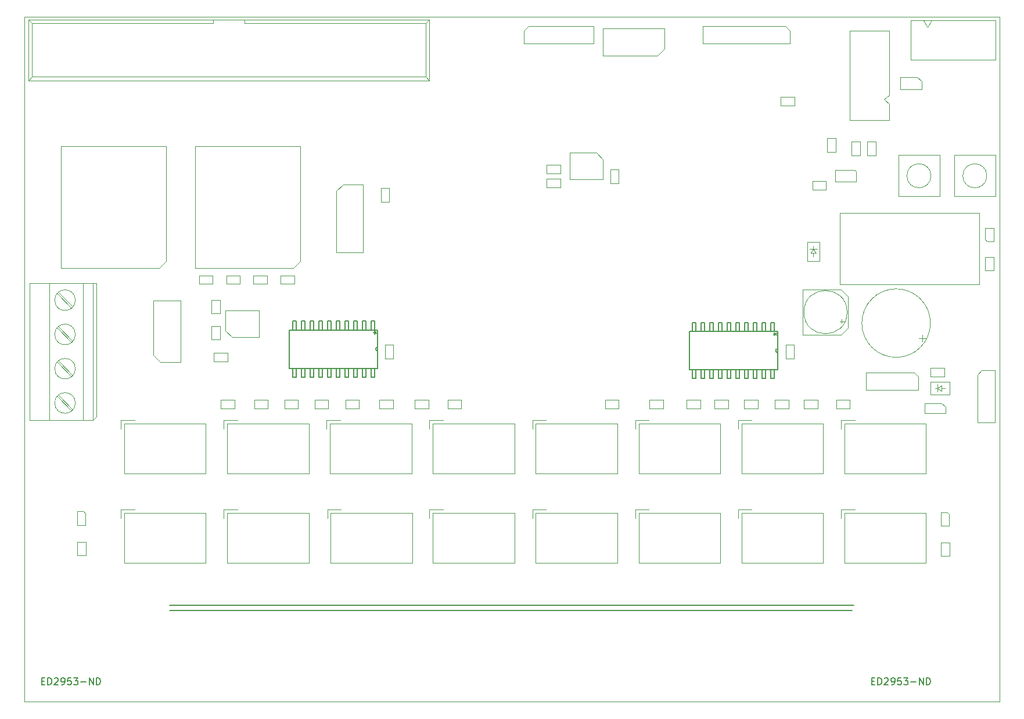
<source format=gbr>
G04 #@! TF.GenerationSoftware,KiCad,Pcbnew,(6.0.5)*
G04 #@! TF.CreationDate,2022-06-02T00:39:45-04:00*
G04 #@! TF.ProjectId,PB_16,50425f31-362e-46b6-9963-61645f706362,v2.1*
G04 #@! TF.SameCoordinates,Original*
G04 #@! TF.FileFunction,AssemblyDrawing,Top*
%FSLAX46Y46*%
G04 Gerber Fmt 4.6, Leading zero omitted, Abs format (unit mm)*
G04 Created by KiCad (PCBNEW (6.0.5)) date 2022-06-02 00:39:45*
%MOMM*%
%LPD*%
G01*
G04 APERTURE LIST*
G04 #@! TA.AperFunction,Profile*
%ADD10C,0.050000*%
G04 #@! TD*
%ADD11C,0.150000*%
%ADD12C,0.100000*%
%ADD13C,0.152400*%
%ADD14C,0.120000*%
G04 APERTURE END LIST*
D10*
X214228800Y-152889360D02*
X214228800Y-52996240D01*
X72128800Y-52996240D02*
X72128800Y-152889360D01*
X214228800Y-52996240D02*
X72128800Y-52996240D01*
X214228800Y-152889360D02*
X72128800Y-152889360D01*
D11*
X193028800Y-138802600D02*
X93278800Y-138802600D01*
X192778800Y-139552600D02*
X93278800Y-139552600D01*
X122994380Y-99031200D02*
X123232476Y-99031200D01*
X123137238Y-99269295D02*
X123232476Y-99031200D01*
X123137238Y-98793104D01*
X123422952Y-99174057D02*
X123232476Y-99031200D01*
X123422952Y-98888342D01*
X181297540Y-99239480D02*
X181535636Y-99239480D01*
X181440398Y-99477575D02*
X181535636Y-99239480D01*
X181440398Y-99001384D01*
X181726112Y-99382337D02*
X181535636Y-99239480D01*
X181726112Y-99096622D01*
X195616895Y-149881171D02*
X195950228Y-149881171D01*
X196093085Y-150404980D02*
X195616895Y-150404980D01*
X195616895Y-149404980D01*
X196093085Y-149404980D01*
X196521657Y-150404980D02*
X196521657Y-149404980D01*
X196759752Y-149404980D01*
X196902609Y-149452600D01*
X196997847Y-149547838D01*
X197045466Y-149643076D01*
X197093085Y-149833552D01*
X197093085Y-149976409D01*
X197045466Y-150166885D01*
X196997847Y-150262123D01*
X196902609Y-150357361D01*
X196759752Y-150404980D01*
X196521657Y-150404980D01*
X197474038Y-149500219D02*
X197521657Y-149452600D01*
X197616895Y-149404980D01*
X197854990Y-149404980D01*
X197950228Y-149452600D01*
X197997847Y-149500219D01*
X198045466Y-149595457D01*
X198045466Y-149690695D01*
X197997847Y-149833552D01*
X197426419Y-150404980D01*
X198045466Y-150404980D01*
X198521657Y-150404980D02*
X198712133Y-150404980D01*
X198807371Y-150357361D01*
X198854990Y-150309742D01*
X198950228Y-150166885D01*
X198997847Y-149976409D01*
X198997847Y-149595457D01*
X198950228Y-149500219D01*
X198902609Y-149452600D01*
X198807371Y-149404980D01*
X198616895Y-149404980D01*
X198521657Y-149452600D01*
X198474038Y-149500219D01*
X198426419Y-149595457D01*
X198426419Y-149833552D01*
X198474038Y-149928790D01*
X198521657Y-149976409D01*
X198616895Y-150024028D01*
X198807371Y-150024028D01*
X198902609Y-149976409D01*
X198950228Y-149928790D01*
X198997847Y-149833552D01*
X199902609Y-149404980D02*
X199426419Y-149404980D01*
X199378800Y-149881171D01*
X199426419Y-149833552D01*
X199521657Y-149785933D01*
X199759752Y-149785933D01*
X199854990Y-149833552D01*
X199902609Y-149881171D01*
X199950228Y-149976409D01*
X199950228Y-150214504D01*
X199902609Y-150309742D01*
X199854990Y-150357361D01*
X199759752Y-150404980D01*
X199521657Y-150404980D01*
X199426419Y-150357361D01*
X199378800Y-150309742D01*
X200283561Y-149404980D02*
X200902609Y-149404980D01*
X200569276Y-149785933D01*
X200712133Y-149785933D01*
X200807371Y-149833552D01*
X200854990Y-149881171D01*
X200902609Y-149976409D01*
X200902609Y-150214504D01*
X200854990Y-150309742D01*
X200807371Y-150357361D01*
X200712133Y-150404980D01*
X200426419Y-150404980D01*
X200331180Y-150357361D01*
X200283561Y-150309742D01*
X201331180Y-150024028D02*
X202093085Y-150024028D01*
X202569276Y-150404980D02*
X202569276Y-149404980D01*
X203140704Y-150404980D01*
X203140704Y-149404980D01*
X203616895Y-150404980D02*
X203616895Y-149404980D01*
X203854990Y-149404980D01*
X203997847Y-149452600D01*
X204093085Y-149547838D01*
X204140704Y-149643076D01*
X204188323Y-149833552D01*
X204188323Y-149976409D01*
X204140704Y-150166885D01*
X204093085Y-150262123D01*
X203997847Y-150357361D01*
X203854990Y-150404980D01*
X203616895Y-150404980D01*
X74616895Y-149881171D02*
X74950228Y-149881171D01*
X75093085Y-150404980D02*
X74616895Y-150404980D01*
X74616895Y-149404980D01*
X75093085Y-149404980D01*
X75521657Y-150404980D02*
X75521657Y-149404980D01*
X75759752Y-149404980D01*
X75902609Y-149452600D01*
X75997847Y-149547838D01*
X76045466Y-149643076D01*
X76093085Y-149833552D01*
X76093085Y-149976409D01*
X76045466Y-150166885D01*
X75997847Y-150262123D01*
X75902609Y-150357361D01*
X75759752Y-150404980D01*
X75521657Y-150404980D01*
X76474038Y-149500219D02*
X76521657Y-149452600D01*
X76616895Y-149404980D01*
X76854990Y-149404980D01*
X76950228Y-149452600D01*
X76997847Y-149500219D01*
X77045466Y-149595457D01*
X77045466Y-149690695D01*
X76997847Y-149833552D01*
X76426419Y-150404980D01*
X77045466Y-150404980D01*
X77521657Y-150404980D02*
X77712133Y-150404980D01*
X77807371Y-150357361D01*
X77854990Y-150309742D01*
X77950228Y-150166885D01*
X77997847Y-149976409D01*
X77997847Y-149595457D01*
X77950228Y-149500219D01*
X77902609Y-149452600D01*
X77807371Y-149404980D01*
X77616895Y-149404980D01*
X77521657Y-149452600D01*
X77474038Y-149500219D01*
X77426419Y-149595457D01*
X77426419Y-149833552D01*
X77474038Y-149928790D01*
X77521657Y-149976409D01*
X77616895Y-150024028D01*
X77807371Y-150024028D01*
X77902609Y-149976409D01*
X77950228Y-149928790D01*
X77997847Y-149833552D01*
X78902609Y-149404980D02*
X78426419Y-149404980D01*
X78378800Y-149881171D01*
X78426419Y-149833552D01*
X78521657Y-149785933D01*
X78759752Y-149785933D01*
X78854990Y-149833552D01*
X78902609Y-149881171D01*
X78950228Y-149976409D01*
X78950228Y-150214504D01*
X78902609Y-150309742D01*
X78854990Y-150357361D01*
X78759752Y-150404980D01*
X78521657Y-150404980D01*
X78426419Y-150357361D01*
X78378800Y-150309742D01*
X79283561Y-149404980D02*
X79902609Y-149404980D01*
X79569276Y-149785933D01*
X79712133Y-149785933D01*
X79807371Y-149833552D01*
X79854990Y-149881171D01*
X79902609Y-149976409D01*
X79902609Y-150214504D01*
X79854990Y-150309742D01*
X79807371Y-150357361D01*
X79712133Y-150404980D01*
X79426419Y-150404980D01*
X79331180Y-150357361D01*
X79283561Y-150309742D01*
X80331180Y-150024028D02*
X81093085Y-150024028D01*
X81569276Y-150404980D02*
X81569276Y-149404980D01*
X82140704Y-150404980D01*
X82140704Y-149404980D01*
X82616895Y-150404980D02*
X82616895Y-149404980D01*
X82854990Y-149404980D01*
X82997847Y-149452600D01*
X83093085Y-149547838D01*
X83140704Y-149643076D01*
X83188323Y-149833552D01*
X83188323Y-149976409D01*
X83140704Y-150166885D01*
X83093085Y-150262123D01*
X82997847Y-150357361D01*
X82854990Y-150404980D01*
X82616895Y-150404980D01*
D12*
X99732800Y-103237600D02*
X99732800Y-101987600D01*
X101732800Y-101987600D02*
X101732800Y-103237600D01*
X101732800Y-103237600D02*
X99732800Y-103237600D01*
X99732800Y-101987600D02*
X101732800Y-101987600D01*
X86650000Y-132600000D02*
X98550000Y-132600000D01*
X86650000Y-125350000D02*
X86650000Y-132600000D01*
X86150000Y-126100000D02*
X86150000Y-124850000D01*
X98550000Y-132600000D02*
X98550000Y-125350000D01*
X86150000Y-124850000D02*
X88150000Y-124850000D01*
X98550000Y-125350000D02*
X86650000Y-125350000D01*
X116650000Y-112350000D02*
X116650000Y-119600000D01*
X128550000Y-112350000D02*
X116650000Y-112350000D01*
X128550000Y-119600000D02*
X128550000Y-112350000D01*
X116650000Y-119600000D02*
X128550000Y-119600000D01*
X116150000Y-111850000D02*
X118150000Y-111850000D01*
X116150000Y-113100000D02*
X116150000Y-111850000D01*
X116264342Y-126100000D02*
X116264342Y-124850000D01*
X128664342Y-132600000D02*
X128664342Y-125350000D01*
X116764342Y-132600000D02*
X128664342Y-132600000D01*
X116264342Y-124850000D02*
X118264342Y-124850000D01*
X128664342Y-125350000D02*
X116764342Y-125350000D01*
X116764342Y-125350000D02*
X116764342Y-132600000D01*
X131650000Y-112350000D02*
X131650000Y-119600000D01*
X131150000Y-111850000D02*
X133150000Y-111850000D01*
X143550000Y-119600000D02*
X143550000Y-112350000D01*
X143550000Y-112350000D02*
X131650000Y-112350000D01*
X131150000Y-113100000D02*
X131150000Y-111850000D01*
X131650000Y-119600000D02*
X143550000Y-119600000D01*
X131650000Y-132600000D02*
X143550000Y-132600000D01*
X143550000Y-125350000D02*
X131650000Y-125350000D01*
X131150000Y-124850000D02*
X133150000Y-124850000D01*
X131150000Y-126100000D02*
X131150000Y-124850000D01*
X131650000Y-125350000D02*
X131650000Y-132600000D01*
X143550000Y-132600000D02*
X143550000Y-125350000D01*
X146650000Y-112350000D02*
X146650000Y-119600000D01*
X146150000Y-111850000D02*
X148150000Y-111850000D01*
X158550000Y-112350000D02*
X146650000Y-112350000D01*
X146650000Y-119600000D02*
X158550000Y-119600000D01*
X146150000Y-113100000D02*
X146150000Y-111850000D01*
X158550000Y-119600000D02*
X158550000Y-112350000D01*
X146650000Y-132600000D02*
X158550000Y-132600000D01*
X158550000Y-132600000D02*
X158550000Y-125350000D01*
X158550000Y-125350000D02*
X146650000Y-125350000D01*
X146650000Y-125350000D02*
X146650000Y-132600000D01*
X146150000Y-124850000D02*
X148150000Y-124850000D01*
X146150000Y-126100000D02*
X146150000Y-124850000D01*
X161650000Y-112350000D02*
X161650000Y-119600000D01*
X173550000Y-112350000D02*
X161650000Y-112350000D01*
X173550000Y-119600000D02*
X173550000Y-112350000D01*
X161150000Y-111850000D02*
X163150000Y-111850000D01*
X161650000Y-119600000D02*
X173550000Y-119600000D01*
X161150000Y-113100000D02*
X161150000Y-111850000D01*
X173550000Y-132600000D02*
X173550000Y-125350000D01*
X173550000Y-125350000D02*
X161650000Y-125350000D01*
X161150000Y-124850000D02*
X163150000Y-124850000D01*
X161650000Y-125350000D02*
X161650000Y-132600000D01*
X161150000Y-126100000D02*
X161150000Y-124850000D01*
X161650000Y-132600000D02*
X173550000Y-132600000D01*
X188550000Y-112350000D02*
X176650000Y-112350000D01*
X188550000Y-119600000D02*
X188550000Y-112350000D01*
X176650000Y-119600000D02*
X188550000Y-119600000D01*
X176150000Y-113100000D02*
X176150000Y-111850000D01*
X176150000Y-111850000D02*
X178150000Y-111850000D01*
X176650000Y-112350000D02*
X176650000Y-119600000D01*
X176150000Y-126100000D02*
X176150000Y-124850000D01*
X176650000Y-132600000D02*
X188550000Y-132600000D01*
X176650000Y-125350000D02*
X176650000Y-132600000D01*
X176150000Y-124850000D02*
X178150000Y-124850000D01*
X188550000Y-132600000D02*
X188550000Y-125350000D01*
X188550000Y-125350000D02*
X176650000Y-125350000D01*
X191650000Y-119600000D02*
X203550000Y-119600000D01*
X203550000Y-112350000D02*
X191650000Y-112350000D01*
X191150000Y-113100000D02*
X191150000Y-111850000D01*
X203550000Y-119600000D02*
X203550000Y-112350000D01*
X191150000Y-111850000D02*
X193150000Y-111850000D01*
X191650000Y-112350000D02*
X191650000Y-119600000D01*
X191650000Y-125350000D02*
X191650000Y-132600000D01*
X191150000Y-126100000D02*
X191150000Y-124850000D01*
X191150000Y-124850000D02*
X193150000Y-124850000D01*
X203550000Y-125350000D02*
X191650000Y-125350000D01*
X203550000Y-132600000D02*
X203550000Y-125350000D01*
X191650000Y-132600000D02*
X203550000Y-132600000D01*
X86650000Y-112350000D02*
X86650000Y-119600000D01*
X86150000Y-111850000D02*
X88150000Y-111850000D01*
X98550000Y-119600000D02*
X98550000Y-112350000D01*
X86650000Y-119600000D02*
X98550000Y-119600000D01*
X86150000Y-113100000D02*
X86150000Y-111850000D01*
X98550000Y-112350000D02*
X86650000Y-112350000D01*
X101650000Y-112350000D02*
X101650000Y-119600000D01*
X101150000Y-111850000D02*
X103150000Y-111850000D01*
X101150000Y-113100000D02*
X101150000Y-111850000D01*
X113550000Y-112350000D02*
X101650000Y-112350000D01*
X113550000Y-119600000D02*
X113550000Y-112350000D01*
X101650000Y-119600000D02*
X113550000Y-119600000D01*
X113550000Y-132600000D02*
X113550000Y-125350000D01*
X101650000Y-125350000D02*
X101650000Y-132600000D01*
X113550000Y-125350000D02*
X101650000Y-125350000D01*
X101150000Y-124850000D02*
X103150000Y-124850000D01*
X101650000Y-132600000D02*
X113550000Y-132600000D01*
X101150000Y-126100000D02*
X101150000Y-124850000D01*
D13*
X121357600Y-105546300D02*
X121865600Y-105546300D01*
X116277600Y-98650200D02*
X116785600Y-98650200D01*
X112467600Y-98650200D02*
X112975600Y-98650200D01*
X119325600Y-105546300D02*
X119325600Y-104238200D01*
X116277600Y-97342100D02*
X116277600Y-98650200D01*
X119325600Y-98650200D02*
X119325600Y-97342100D01*
X117547600Y-105546300D02*
X118055600Y-105546300D01*
X118817600Y-97342100D02*
X118817600Y-98650200D01*
X118817600Y-105546300D02*
X119325600Y-105546300D01*
X117547600Y-98650200D02*
X118055600Y-98650200D01*
X111197600Y-104238200D02*
X111197600Y-105546300D01*
X110715000Y-98650200D02*
X110715000Y-104238200D01*
X118055600Y-97342100D02*
X117547600Y-97342100D01*
X116277600Y-104238200D02*
X116277600Y-105546300D01*
X119325600Y-97342100D02*
X118817600Y-97342100D01*
X120087600Y-98650200D02*
X120595600Y-98650200D01*
X119325600Y-104238200D02*
X118817600Y-104238200D01*
X123135600Y-98650200D02*
X123135600Y-97342100D01*
X120595600Y-98650200D02*
X120595600Y-97342100D01*
X118055600Y-105546300D02*
X118055600Y-104238200D01*
X123135600Y-104238200D02*
X122627600Y-104238200D01*
X122627600Y-104238200D02*
X122627600Y-105546300D01*
X111705600Y-97342100D02*
X111197600Y-97342100D01*
X113737600Y-98650200D02*
X114245600Y-98650200D01*
X110715000Y-104238200D02*
X123618200Y-104238200D01*
X111197600Y-97342100D02*
X111197600Y-98650200D01*
X112975600Y-105546300D02*
X112975600Y-104238200D01*
X111197600Y-98650200D02*
X111705600Y-98650200D01*
X122627600Y-97342100D02*
X122627600Y-98650200D01*
X116785600Y-97342100D02*
X116277600Y-97342100D01*
X112467600Y-97342100D02*
X112467600Y-98650200D01*
X112467600Y-105546300D02*
X112975600Y-105546300D01*
X121865600Y-98650200D02*
X121865600Y-97342100D01*
X115515600Y-97342100D02*
X115007600Y-97342100D01*
X123135600Y-105546300D02*
X123135600Y-104238200D01*
X120087600Y-105546300D02*
X120595600Y-105546300D01*
X120087600Y-97342100D02*
X120087600Y-98650200D01*
X120595600Y-97342100D02*
X120087600Y-97342100D01*
X111705600Y-104238200D02*
X111197600Y-104238200D01*
X111197600Y-105546300D02*
X111705600Y-105546300D01*
X123135600Y-97342100D02*
X122627600Y-97342100D01*
X114245600Y-97342100D02*
X113737600Y-97342100D01*
X114245600Y-105546300D02*
X114245600Y-104238200D01*
X120595600Y-104238200D02*
X120087600Y-104238200D01*
X118817600Y-98650200D02*
X119325600Y-98650200D01*
X112975600Y-98650200D02*
X112975600Y-97342100D01*
X115515600Y-105546300D02*
X115515600Y-104238200D01*
X121357600Y-98650200D02*
X121865600Y-98650200D01*
X113737600Y-97342100D02*
X113737600Y-98650200D01*
X121865600Y-97342100D02*
X121357600Y-97342100D01*
X115007600Y-97342100D02*
X115007600Y-98650200D01*
X117547600Y-97342100D02*
X117547600Y-98650200D01*
X113737600Y-104238200D02*
X113737600Y-105546300D01*
X121865600Y-104238200D02*
X121357600Y-104238200D01*
X117547600Y-104238200D02*
X117547600Y-105546300D01*
X111705600Y-105546300D02*
X111705600Y-104238200D01*
X123618200Y-98650200D02*
X110715000Y-98650200D01*
X113737600Y-105546300D02*
X114245600Y-105546300D01*
X115515600Y-104238200D02*
X115007600Y-104238200D01*
X123618200Y-104238200D02*
X123618200Y-98650200D01*
X111705600Y-98650200D02*
X111705600Y-97342100D01*
X115515600Y-98650200D02*
X115515600Y-97342100D01*
X116277600Y-105546300D02*
X116785600Y-105546300D01*
X116785600Y-98650200D02*
X116785600Y-97342100D01*
X112467600Y-104238200D02*
X112467600Y-105546300D01*
X116785600Y-104238200D02*
X116277600Y-104238200D01*
X118055600Y-104238200D02*
X117547600Y-104238200D01*
X112975600Y-104238200D02*
X112467600Y-104238200D01*
X116785600Y-105546300D02*
X116785600Y-104238200D01*
X120087600Y-104238200D02*
X120087600Y-105546300D01*
X121357600Y-104238200D02*
X121357600Y-105546300D01*
X121865600Y-105546300D02*
X121865600Y-104238200D01*
X115007600Y-104238200D02*
X115007600Y-105546300D01*
X118055600Y-98650200D02*
X118055600Y-97342100D01*
X120595600Y-105546300D02*
X120595600Y-104238200D01*
X115007600Y-105546300D02*
X115515600Y-105546300D01*
X112975600Y-97342100D02*
X112467600Y-97342100D01*
X121357600Y-97342100D02*
X121357600Y-98650200D01*
X122627600Y-105546300D02*
X123135600Y-105546300D01*
X115007600Y-98650200D02*
X115515600Y-98650200D01*
X122627600Y-98650200D02*
X123135600Y-98650200D01*
X114245600Y-104238200D02*
X113737600Y-104238200D01*
X118817600Y-104238200D02*
X118817600Y-105546300D01*
X114245600Y-98650200D02*
X114245600Y-97342100D01*
X123618200Y-101139400D02*
G75*
G03*
X123618200Y-101749000I0J-304800D01*
G01*
D12*
X79813800Y-127133000D02*
X81013800Y-127133000D01*
X80713800Y-125133000D02*
X79813800Y-125133000D01*
X81013800Y-127133000D02*
X81013800Y-125433000D01*
X81013800Y-125433000D02*
X80713800Y-125133000D01*
X79813800Y-125133000D02*
X79813800Y-127133000D01*
X206920600Y-127234600D02*
X206920600Y-125534600D01*
X206620600Y-125234600D02*
X205720600Y-125234600D01*
X205720600Y-125234600D02*
X205720600Y-127234600D01*
X206920600Y-125534600D02*
X206620600Y-125234600D01*
X205720600Y-127234600D02*
X206920600Y-127234600D01*
X79788800Y-129552600D02*
X81038800Y-129552600D01*
X81038800Y-129552600D02*
X81038800Y-131552600D01*
X79788800Y-131552600D02*
X79788800Y-129552600D01*
X81038800Y-131552600D02*
X79788800Y-131552600D01*
X205695600Y-129654200D02*
X206945600Y-129654200D01*
X206945600Y-131654200D02*
X205695600Y-131654200D01*
X206945600Y-129654200D02*
X206945600Y-131654200D01*
X205695600Y-131654200D02*
X205695600Y-129654200D01*
X194828800Y-104849400D02*
X201813800Y-104849400D01*
X202448800Y-107389400D02*
X194828800Y-107389400D01*
X194828800Y-107389400D02*
X194828800Y-104849400D01*
X201813800Y-104849400D02*
X202448800Y-105484400D01*
X202448800Y-105484400D02*
X202448800Y-107389400D01*
X213548800Y-112163000D02*
X211008800Y-112163000D01*
X213548800Y-104543000D02*
X213548800Y-112163000D01*
X211643800Y-104543000D02*
X213548800Y-104543000D01*
X211008800Y-105178000D02*
X211643800Y-104543000D01*
X211008800Y-112163000D02*
X211008800Y-105178000D01*
X198162600Y-65670720D02*
X198162600Y-68070720D01*
X198162600Y-54970720D02*
X198162600Y-64370720D01*
X198162600Y-65670720D02*
X197402600Y-65020720D01*
X197402600Y-65020720D02*
X198162600Y-64370720D01*
X192442600Y-54970720D02*
X198162600Y-54970720D01*
X192442600Y-68070720D02*
X192442600Y-54970720D01*
X198162600Y-68070720D02*
X192442600Y-68070720D01*
X188956400Y-78188120D02*
X186956400Y-78188120D01*
X186956400Y-76938120D02*
X188956400Y-76938120D01*
X188956400Y-76938120D02*
X188956400Y-78188120D01*
X186956400Y-78188120D02*
X186956400Y-76938120D01*
X193902600Y-73170720D02*
X192702600Y-73170720D01*
X192702600Y-73170720D02*
X192702600Y-71170720D01*
X192702600Y-71170720D02*
X193902600Y-71170720D01*
X193902600Y-71170720D02*
X193902600Y-73170720D01*
X189134800Y-72670320D02*
X189134800Y-70670320D01*
X189134800Y-70670320D02*
X190384800Y-70670320D01*
X190384800Y-70670320D02*
X190384800Y-72670320D01*
X190384800Y-72670320D02*
X189134800Y-72670320D01*
X194977600Y-71170720D02*
X196227600Y-71170720D01*
X196227600Y-73170720D02*
X194977600Y-73170720D01*
X196227600Y-71170720D02*
X196227600Y-73170720D01*
X194977600Y-73170720D02*
X194977600Y-71170720D01*
X193192600Y-75291120D02*
X190317600Y-75291120D01*
X190317600Y-77041120D02*
X190317600Y-75291120D01*
X193367600Y-75541120D02*
X193367600Y-77041120D01*
X193367600Y-75541120D02*
X193192600Y-75291120D01*
X193367600Y-77041120D02*
X190317600Y-77041120D01*
X124644200Y-100825200D02*
X125894200Y-100825200D01*
X125894200Y-100825200D02*
X125894200Y-102825200D01*
X124644200Y-102825200D02*
X124644200Y-100825200D01*
X125894200Y-102825200D02*
X124644200Y-102825200D01*
X101412000Y-98761600D02*
X101412000Y-95836600D01*
X102387000Y-99736600D02*
X101412000Y-98761600D01*
X106312000Y-99736600D02*
X102387000Y-99736600D01*
X101412000Y-95836600D02*
X106312000Y-95836600D01*
X106312000Y-95836600D02*
X106312000Y-99736600D01*
X157496040Y-77239080D02*
X157496040Y-75239080D01*
X158746040Y-77239080D02*
X157496040Y-77239080D01*
X158746040Y-75239080D02*
X158746040Y-77239080D01*
X157496040Y-75239080D02*
X158746040Y-75239080D01*
X148248800Y-75827600D02*
X148248800Y-74577600D01*
X148248800Y-74577600D02*
X150248800Y-74577600D01*
X150248800Y-74577600D02*
X150248800Y-75827600D01*
X150248800Y-75827600D02*
X148248800Y-75827600D01*
X151571040Y-72789080D02*
X155496040Y-72789080D01*
X155496040Y-72789080D02*
X156471040Y-73764080D01*
X151571040Y-76689080D02*
X151571040Y-72789080D01*
X156471040Y-73764080D02*
X156471040Y-76689080D01*
X156471040Y-76689080D02*
X151571040Y-76689080D01*
X150248800Y-77827600D02*
X148248800Y-77827600D01*
X148248800Y-77827600D02*
X148248800Y-76577600D01*
X150248800Y-76577600D02*
X150248800Y-77827600D01*
X148248800Y-76577600D02*
X150248800Y-76577600D01*
X191268638Y-97697600D02*
X191268638Y-97067600D01*
X192178800Y-98352600D02*
X192178800Y-93752600D01*
X192178800Y-98352600D02*
X191178800Y-99352600D01*
X191178800Y-92752600D02*
X185578800Y-92752600D01*
X191178800Y-99352600D02*
X185578800Y-99352600D01*
X191583638Y-97382600D02*
X190953638Y-97382600D01*
X185578800Y-99352600D02*
X185578800Y-92752600D01*
X192178800Y-93752600D02*
X191178800Y-92752600D01*
X192028800Y-96052600D02*
G75*
G03*
X192028800Y-96052600I-3150000J0D01*
G01*
X202967661Y-100340100D02*
X202967661Y-99340100D01*
X203467661Y-99840100D02*
X202467661Y-99840100D01*
X204178800Y-97652600D02*
G75*
G03*
X204178800Y-97652600I-5000000J0D01*
G01*
X212173800Y-83752600D02*
X212173800Y-85452600D01*
X213373800Y-85752600D02*
X213373800Y-83752600D01*
X212173800Y-85452600D02*
X212473800Y-85752600D01*
X213373800Y-83752600D02*
X212173800Y-83752600D01*
X212473800Y-85752600D02*
X213373800Y-85752600D01*
X213373800Y-88002600D02*
X213373800Y-90002600D01*
X212123800Y-90002600D02*
X212123800Y-88002600D01*
X212123800Y-88002600D02*
X213373800Y-88002600D01*
X213373800Y-90002600D02*
X212123800Y-90002600D01*
X211306800Y-91967600D02*
X190986800Y-91967600D01*
X190986800Y-81567600D02*
X211306800Y-81567600D01*
X211306800Y-81567600D02*
X211306800Y-91967600D01*
X190986800Y-91967600D02*
X190986800Y-81567600D01*
X187123800Y-86827600D02*
X187523800Y-87427600D01*
X187123800Y-86827600D02*
X186573800Y-86827600D01*
X186223800Y-85777600D02*
X188023800Y-85777600D01*
X187123800Y-86427600D02*
X187123800Y-86827600D01*
X187123800Y-87427600D02*
X187123800Y-87927600D01*
X187523800Y-87427600D02*
X186723800Y-87427600D01*
X186723800Y-87427600D02*
X187123800Y-86827600D01*
X186223800Y-88577600D02*
X186223800Y-85777600D01*
X188023800Y-85777600D02*
X188023800Y-88577600D01*
X187123800Y-86827600D02*
X187673800Y-86827600D01*
X188023800Y-88577600D02*
X186223800Y-88577600D01*
X182359000Y-65909760D02*
X182359000Y-64659760D01*
X184359000Y-65909760D02*
X182359000Y-65909760D01*
X184359000Y-64659760D02*
X184359000Y-65909760D01*
X182359000Y-64659760D02*
X184359000Y-64659760D01*
X100595800Y-98056600D02*
X100595800Y-100056600D01*
X99345800Y-100056600D02*
X99345800Y-98056600D01*
X99345800Y-98056600D02*
X100595800Y-98056600D01*
X100595800Y-100056600D02*
X99345800Y-100056600D01*
X82628800Y-91802600D02*
X82628800Y-111302600D01*
X77073800Y-93164600D02*
X79166800Y-95256600D01*
X77073800Y-98164600D02*
X79166800Y-100256600D01*
X72828800Y-111802600D02*
X72828800Y-91802600D01*
X82128800Y-111802600D02*
X82128800Y-91802600D01*
X82128800Y-111802600D02*
X72828800Y-111802600D01*
X72828800Y-91802600D02*
X82628800Y-91802600D01*
X82628800Y-111302600D02*
X82128800Y-111802600D01*
X77073800Y-108164600D02*
X79166800Y-110257600D01*
X76890800Y-98347600D02*
X78983800Y-100439600D01*
X75728800Y-111802600D02*
X75728800Y-91802600D01*
X76890800Y-108347600D02*
X78983800Y-110440600D01*
X80628800Y-111802600D02*
X80628800Y-91802600D01*
X77073800Y-103164600D02*
X79166800Y-105256600D01*
X76890800Y-103347600D02*
X78983800Y-105439600D01*
X76890800Y-93347600D02*
X78983800Y-95439600D01*
X79528800Y-94302600D02*
G75*
G03*
X79528800Y-94302600I-1500000J0D01*
G01*
X79528800Y-99302600D02*
G75*
G03*
X79528800Y-99302600I-1500000J0D01*
G01*
X79528800Y-109302600D02*
G75*
G03*
X79528800Y-109302600I-1500000J0D01*
G01*
X79528800Y-104302600D02*
G75*
G03*
X79528800Y-104302600I-1500000J0D01*
G01*
X100603800Y-94252600D02*
X100603800Y-96252600D01*
X100603800Y-96252600D02*
X99353800Y-96252600D01*
X99353800Y-96252600D02*
X99353800Y-94252600D01*
X99353800Y-94252600D02*
X100603800Y-94252600D01*
X72679920Y-62240560D02*
X72679920Y-53390560D01*
X130599920Y-53940560D02*
X104159920Y-53940560D01*
X131139920Y-62240560D02*
X131139920Y-53390560D01*
X72679920Y-62240560D02*
X73239920Y-61690560D01*
X130599920Y-61690560D02*
X130599920Y-53940560D01*
X99659920Y-53940560D02*
X99659920Y-53390560D01*
X131139920Y-53390560D02*
X72679920Y-53390560D01*
X73239920Y-61690560D02*
X73239920Y-53940560D01*
X72679920Y-53390560D02*
X73239920Y-53940560D01*
X99659920Y-53940560D02*
X73239920Y-53940560D01*
X131139920Y-62240560D02*
X130599920Y-61690560D01*
X131139920Y-53390560D02*
X130599920Y-53940560D01*
X104159920Y-53940560D02*
X104159920Y-53390560D01*
X131139920Y-62240560D02*
X72679920Y-62240560D01*
X130599920Y-61690560D02*
X73239920Y-61690560D01*
D13*
X178390760Y-104446480D02*
X178390760Y-105754580D01*
X177628760Y-105754580D02*
X177628760Y-104446480D01*
X175088760Y-98858480D02*
X175088760Y-97550380D01*
X175088760Y-97550380D02*
X174580760Y-97550380D01*
X177628760Y-104446480D02*
X177120760Y-104446480D01*
X175850760Y-104446480D02*
X175850760Y-105754580D01*
X177120760Y-105754580D02*
X177628760Y-105754580D01*
X172040760Y-98858480D02*
X172548760Y-98858480D01*
X170770760Y-97550380D02*
X170770760Y-98858480D01*
X175850760Y-98858480D02*
X176358760Y-98858480D01*
X169500760Y-98858480D02*
X170008760Y-98858480D01*
X171278760Y-104446480D02*
X170770760Y-104446480D01*
X180930760Y-97550380D02*
X180930760Y-98858480D01*
X176358760Y-105754580D02*
X176358760Y-104446480D01*
X181438760Y-104446480D02*
X180930760Y-104446480D01*
X173818760Y-105754580D02*
X173818760Y-104446480D01*
X170008760Y-104446480D02*
X169500760Y-104446480D01*
X177628760Y-97550380D02*
X177120760Y-97550380D01*
X180930760Y-105754580D02*
X181438760Y-105754580D01*
X172548760Y-98858480D02*
X172548760Y-97550380D01*
X177628760Y-98858480D02*
X177628760Y-97550380D01*
X175850760Y-105754580D02*
X176358760Y-105754580D01*
X181438760Y-97550380D02*
X180930760Y-97550380D01*
X169018160Y-98858480D02*
X169018160Y-104446480D01*
X180930760Y-104446480D02*
X180930760Y-105754580D01*
X170008760Y-105754580D02*
X170008760Y-104446480D01*
X173310760Y-98858480D02*
X173818760Y-98858480D01*
X178390760Y-105754580D02*
X178898760Y-105754580D01*
X179660760Y-97550380D02*
X179660760Y-98858480D01*
X175850760Y-97550380D02*
X175850760Y-98858480D01*
X178390760Y-97550380D02*
X178390760Y-98858480D01*
X180930760Y-98858480D02*
X181438760Y-98858480D01*
X173310760Y-97550380D02*
X173310760Y-98858480D01*
X176358760Y-104446480D02*
X175850760Y-104446480D01*
X173818760Y-98858480D02*
X173818760Y-97550380D01*
X178898760Y-104446480D02*
X178390760Y-104446480D01*
X181921360Y-98858480D02*
X169018160Y-98858480D01*
X170770760Y-98858480D02*
X171278760Y-98858480D01*
X172040760Y-105754580D02*
X172548760Y-105754580D01*
X180168760Y-104446480D02*
X179660760Y-104446480D01*
X169018160Y-104446480D02*
X181921360Y-104446480D01*
X173310760Y-105754580D02*
X173818760Y-105754580D01*
X174580760Y-98858480D02*
X175088760Y-98858480D01*
X177120760Y-104446480D02*
X177120760Y-105754580D01*
X170008760Y-98858480D02*
X170008760Y-97550380D01*
X173310760Y-104446480D02*
X173310760Y-105754580D01*
X170008760Y-97550380D02*
X169500760Y-97550380D01*
X169500760Y-97550380D02*
X169500760Y-98858480D01*
X181438760Y-105754580D02*
X181438760Y-104446480D01*
X169500760Y-104446480D02*
X169500760Y-105754580D01*
X176358760Y-97550380D02*
X175850760Y-97550380D01*
X180168760Y-97550380D02*
X179660760Y-97550380D01*
X177120760Y-97550380D02*
X177120760Y-98858480D01*
X178898760Y-97550380D02*
X178390760Y-97550380D01*
X172548760Y-97550380D02*
X172040760Y-97550380D01*
X177120760Y-98858480D02*
X177628760Y-98858480D01*
X170770760Y-105754580D02*
X171278760Y-105754580D01*
X172040760Y-97550380D02*
X172040760Y-98858480D01*
X174580760Y-104446480D02*
X174580760Y-105754580D01*
X180168760Y-98858480D02*
X180168760Y-97550380D01*
X181438760Y-98858480D02*
X181438760Y-97550380D01*
X172548760Y-104446480D02*
X172040760Y-104446480D01*
X181921360Y-104446480D02*
X181921360Y-98858480D01*
X175088760Y-105754580D02*
X175088760Y-104446480D01*
X172548760Y-105754580D02*
X172548760Y-104446480D01*
X174580760Y-97550380D02*
X174580760Y-98858480D01*
X169500760Y-105754580D02*
X170008760Y-105754580D01*
X179660760Y-104446480D02*
X179660760Y-105754580D01*
X176358760Y-98858480D02*
X176358760Y-97550380D01*
X178898760Y-105754580D02*
X178898760Y-104446480D01*
X179660760Y-105754580D02*
X180168760Y-105754580D01*
X171278760Y-105754580D02*
X171278760Y-104446480D01*
X178898760Y-98858480D02*
X178898760Y-97550380D01*
X170770760Y-104446480D02*
X170770760Y-105754580D01*
X179660760Y-98858480D02*
X180168760Y-98858480D01*
X180168760Y-105754580D02*
X180168760Y-104446480D01*
X171278760Y-98858480D02*
X171278760Y-97550380D01*
X172040760Y-104446480D02*
X172040760Y-105754580D01*
X171278760Y-97550380D02*
X170770760Y-97550380D01*
X178390760Y-98858480D02*
X178898760Y-98858480D01*
X174580760Y-105754580D02*
X175088760Y-105754580D01*
X175088760Y-104446480D02*
X174580760Y-104446480D01*
X173818760Y-104446480D02*
X173310760Y-104446480D01*
X173818760Y-97550380D02*
X173310760Y-97550380D01*
X181921360Y-101347680D02*
G75*
G03*
X181921360Y-101957280I0J-304800D01*
G01*
D12*
X183657680Y-56895840D02*
X170957680Y-56895840D01*
X183657680Y-54990840D02*
X183657680Y-56895840D01*
X183022680Y-54355840D02*
X183657680Y-54990840D01*
X170957680Y-54355840D02*
X183022680Y-54355840D01*
X170957680Y-56895840D02*
X170957680Y-54355840D01*
X144927680Y-54990840D02*
X145562680Y-54355840D01*
X155087680Y-56895840D02*
X144927680Y-56895840D01*
X145562680Y-54355840D02*
X155087680Y-54355840D01*
X155087680Y-54355840D02*
X155087680Y-56895840D01*
X144927680Y-56895840D02*
X144927680Y-54990840D01*
X156398800Y-54622600D02*
X165398800Y-54622600D01*
X164398800Y-58622600D02*
X165398800Y-57622600D01*
X165398800Y-54622600D02*
X165398800Y-57622600D01*
X164398800Y-58622600D02*
X156398800Y-58622600D01*
X156398800Y-58622600D02*
X156398800Y-54622600D01*
X183074360Y-102799800D02*
X183074360Y-100799800D01*
X184324360Y-102799800D02*
X183074360Y-102799800D01*
X183074360Y-100799800D02*
X184324360Y-100799800D01*
X184324360Y-100799800D02*
X184324360Y-102799800D01*
D14*
X91761800Y-89613520D02*
X77461800Y-89613520D01*
X77461800Y-89613520D02*
X77461800Y-71873520D01*
X92761800Y-71873520D02*
X92761800Y-88613520D01*
X77461800Y-71873520D02*
X92761800Y-71873520D01*
X92761800Y-88613520D02*
X91761800Y-89613520D01*
X112299400Y-71873520D02*
X112299400Y-88613520D01*
X96999400Y-89613520D02*
X96999400Y-71873520D01*
X112299400Y-88613520D02*
X111299400Y-89613520D01*
X111299400Y-89613520D02*
X96999400Y-89613520D01*
X96999400Y-71873520D02*
X112299400Y-71873520D01*
D12*
X205828800Y-106752600D02*
X205828800Y-107552600D01*
X205828800Y-107152600D02*
X206328800Y-107152600D01*
X206978800Y-108052600D02*
X204178800Y-108052600D01*
X204178800Y-106252600D02*
X206978800Y-106252600D01*
X204178800Y-108052600D02*
X204178800Y-106252600D01*
X205228800Y-107152600D02*
X205828800Y-106752600D01*
X206978800Y-106252600D02*
X206978800Y-108052600D01*
X205228800Y-107152600D02*
X205228800Y-107702600D01*
X205828800Y-107552600D02*
X205228800Y-107152600D01*
X205228800Y-107152600D02*
X205228800Y-106602600D01*
X204828800Y-107152600D02*
X205228800Y-107152600D01*
X206398800Y-109902600D02*
X206398800Y-110752600D01*
X206398800Y-110752600D02*
X203358800Y-110752600D01*
X205828800Y-109352600D02*
X206398800Y-109902600D01*
X203358800Y-109352600D02*
X203358800Y-110752600D01*
X205828800Y-109352600D02*
X203378800Y-109352600D01*
X204178800Y-105477600D02*
X204178800Y-104227600D01*
X206178800Y-104227600D02*
X206178800Y-105477600D01*
X204178800Y-104227600D02*
X206178800Y-104227600D01*
X206178800Y-105477600D02*
X204178800Y-105477600D01*
X125303800Y-79977600D02*
X124053800Y-79977600D01*
X125303800Y-77977600D02*
X125303800Y-79977600D01*
X124053800Y-77977600D02*
X125303800Y-77977600D01*
X124053800Y-79977600D02*
X124053800Y-77977600D01*
X99553800Y-91952600D02*
X97553800Y-91952600D01*
X97553800Y-90702600D02*
X99553800Y-90702600D01*
X97553800Y-91952600D02*
X97553800Y-90702600D01*
X99553800Y-90702600D02*
X99553800Y-91952600D01*
X103528800Y-91952600D02*
X101528800Y-91952600D01*
X101528800Y-90702600D02*
X103528800Y-90702600D01*
X101528800Y-91952600D02*
X101528800Y-90702600D01*
X103528800Y-90702600D02*
X103528800Y-91952600D01*
X118553800Y-77427600D02*
X121478800Y-77427600D01*
X121478800Y-77427600D02*
X121478800Y-87327600D01*
X117578800Y-78402600D02*
X118553800Y-77427600D01*
X121478800Y-87327600D02*
X117578800Y-87327600D01*
X117578800Y-87327600D02*
X117578800Y-78402600D01*
X109453800Y-91952600D02*
X109453800Y-90702600D01*
X111453800Y-91952600D02*
X109453800Y-91952600D01*
X111453800Y-90702600D02*
X111453800Y-91952600D01*
X109453800Y-90702600D02*
X111453800Y-90702600D01*
X107453800Y-91952600D02*
X105453800Y-91952600D01*
X107453800Y-90702600D02*
X107453800Y-91952600D01*
X105453800Y-90702600D02*
X107453800Y-90702600D01*
X105453800Y-91952600D02*
X105453800Y-90702600D01*
X94898800Y-103362600D02*
X91898800Y-103362600D01*
X90898800Y-94362600D02*
X94898800Y-94362600D01*
X90898800Y-102362600D02*
X90898800Y-94362600D01*
X90898800Y-102362600D02*
X91898800Y-103362600D01*
X94898800Y-94362600D02*
X94898800Y-103362600D01*
X202268800Y-61742600D02*
X199818800Y-61742600D01*
X202268800Y-61742600D02*
X202918800Y-62392600D01*
X202918800Y-63542600D02*
X199818800Y-63542600D01*
X202918800Y-63542600D02*
X202918800Y-62392600D01*
X199818800Y-63542600D02*
X199818800Y-61742600D01*
X213710280Y-53511360D02*
X201310280Y-53511360D01*
X203760280Y-54511360D02*
X204385280Y-53511360D01*
X201310280Y-53511360D02*
X201310280Y-59261360D01*
X213710280Y-59261360D02*
X213710280Y-53511360D01*
X203135280Y-53511360D02*
X203760280Y-54511360D01*
X201310280Y-59261360D02*
X213710280Y-59261360D01*
X199498800Y-79157600D02*
X205498800Y-79157600D01*
X205498800Y-73157600D02*
X199498800Y-73157600D01*
X199498800Y-73157600D02*
X199498800Y-79157600D01*
X205498800Y-79157600D02*
X205498800Y-73157600D01*
X204249514Y-76157600D02*
G75*
G03*
X204249514Y-76157600I-1750714J0D01*
G01*
X213648800Y-79157600D02*
X213648800Y-73157600D01*
X207648800Y-73157600D02*
X207648800Y-79157600D01*
X207648800Y-79157600D02*
X213648800Y-79157600D01*
X213648800Y-73157600D02*
X207648800Y-73157600D01*
X212399514Y-76157600D02*
G75*
G03*
X212399514Y-76157600I-1750714J0D01*
G01*
X192448800Y-108827600D02*
X192448800Y-110077600D01*
X190448800Y-110077600D02*
X190448800Y-108827600D01*
X190448800Y-108827600D02*
X192448800Y-108827600D01*
X192448800Y-110077600D02*
X190448800Y-110077600D01*
X156748800Y-110077600D02*
X156748800Y-108827600D01*
X156748800Y-108827600D02*
X158748800Y-108827600D01*
X158748800Y-108827600D02*
X158748800Y-110077600D01*
X158748800Y-110077600D02*
X156748800Y-110077600D01*
X133798800Y-110077600D02*
X133798800Y-108827600D01*
X133798800Y-108827600D02*
X135798800Y-108827600D01*
X135798800Y-108827600D02*
X135798800Y-110077600D01*
X135798800Y-110077600D02*
X133798800Y-110077600D01*
X183498800Y-108827600D02*
X183498800Y-110077600D01*
X183498800Y-110077600D02*
X181498800Y-110077600D01*
X181498800Y-108827600D02*
X183498800Y-108827600D01*
X181498800Y-110077600D02*
X181498800Y-108827600D01*
X165198800Y-108827600D02*
X165198800Y-110077600D01*
X163198800Y-110077600D02*
X163198800Y-108827600D01*
X165198800Y-110077600D02*
X163198800Y-110077600D01*
X163198800Y-108827600D02*
X165198800Y-108827600D01*
X168648800Y-110077600D02*
X168648800Y-108827600D01*
X170648800Y-108827600D02*
X170648800Y-110077600D01*
X170648800Y-110077600D02*
X168648800Y-110077600D01*
X168648800Y-108827600D02*
X170648800Y-108827600D01*
X177048800Y-110077600D02*
X177048800Y-108827600D01*
X179048800Y-110077600D02*
X177048800Y-110077600D01*
X179048800Y-108827600D02*
X179048800Y-110077600D01*
X177048800Y-108827600D02*
X179048800Y-108827600D01*
X114398800Y-110077600D02*
X114398800Y-108827600D01*
X114398800Y-108827600D02*
X116398800Y-108827600D01*
X116398800Y-108827600D02*
X116398800Y-110077600D01*
X116398800Y-110077600D02*
X114398800Y-110077600D01*
X128998800Y-108827600D02*
X130998800Y-108827600D01*
X130998800Y-108827600D02*
X130998800Y-110077600D01*
X130998800Y-110077600D02*
X128998800Y-110077600D01*
X128998800Y-110077600D02*
X128998800Y-108827600D01*
X185748800Y-108827600D02*
X187748800Y-108827600D01*
X187748800Y-108827600D02*
X187748800Y-110077600D01*
X185748800Y-110077600D02*
X185748800Y-108827600D01*
X187748800Y-110077600D02*
X185748800Y-110077600D01*
X172698800Y-108827600D02*
X174698800Y-108827600D01*
X172698800Y-110077600D02*
X172698800Y-108827600D01*
X174698800Y-108827600D02*
X174698800Y-110077600D01*
X174698800Y-110077600D02*
X172698800Y-110077600D01*
X125848800Y-110077600D02*
X123848800Y-110077600D01*
X123848800Y-108827600D02*
X125848800Y-108827600D01*
X125848800Y-108827600D02*
X125848800Y-110077600D01*
X123848800Y-110077600D02*
X123848800Y-108827600D01*
X102748800Y-108877600D02*
X102748800Y-110127600D01*
X100748800Y-110127600D02*
X100748800Y-108877600D01*
X102748800Y-110127600D02*
X100748800Y-110127600D01*
X100748800Y-108877600D02*
X102748800Y-108877600D01*
X109998800Y-110077600D02*
X109998800Y-108827600D01*
X111998800Y-108827600D02*
X111998800Y-110077600D01*
X109998800Y-108827600D02*
X111998800Y-108827600D01*
X111998800Y-110077600D02*
X109998800Y-110077600D01*
X120898800Y-110077600D02*
X118898800Y-110077600D01*
X118898800Y-110077600D02*
X118898800Y-108827600D01*
X120898800Y-108827600D02*
X120898800Y-110077600D01*
X118898800Y-108827600D02*
X120898800Y-108827600D01*
X105598800Y-110127600D02*
X105598800Y-108877600D01*
X105598800Y-108877600D02*
X107598800Y-108877600D01*
X107598800Y-110127600D02*
X105598800Y-110127600D01*
X107598800Y-108877600D02*
X107598800Y-110127600D01*
M02*

</source>
